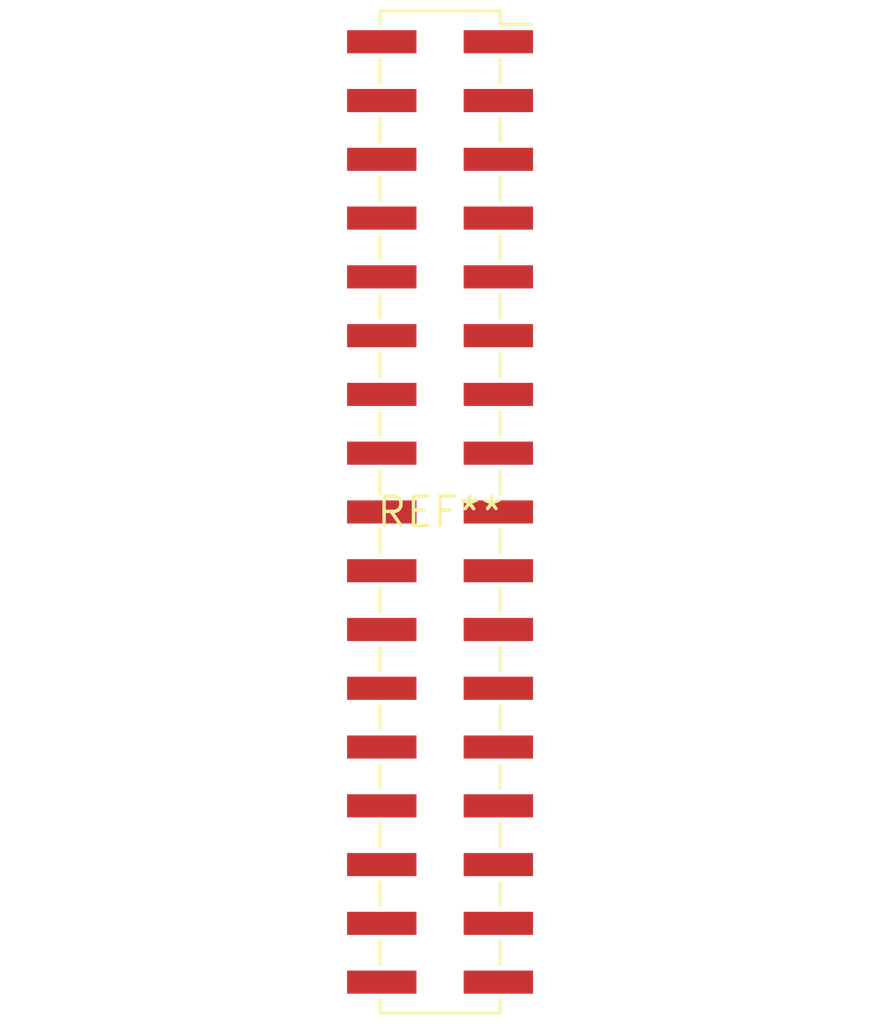
<source format=kicad_pcb>
(kicad_pcb (version 20240108) (generator pcbnew)
  (layers (0 "F.Cu" signal) (31 "B.Cu" signal) (34 "B.Paste" user) (35 "F.Paste" user) (36 "B.SilkS" user "B.Silkscreen") (37 "F.SilkS" user "F.Silkscreen") (38 "B.Mask" user) (39 "F.Mask" user) (44 "Edge.Cuts" user))
  (net 0 "")
  (footprint "PinSocket_2x17_P2.54mm_Vertical_SMD" (layer "F.Cu") (at 0 0)
    (property "Reference" "REF**")
    (property "Value" "PinSocket_2x17_P2.54mm_Vertical_SMD")
    (fp_line (start -2.6 -21.65) (end -2.6 -21.08) (layer "F.SilkS") (stroke (width 0.12)))
    (fp_line (start -2.6 -21.65) (end 2.6 -21.65) (layer "F.SilkS") (stroke (width 0.12)))
    (fp_line (start -2.6 -19.56) (end -2.6 -18.54) (layer "F.SilkS") (stroke (width 0.12)))
    (fp_line (start -2.6 -17.02) (end -2.6 -16) (layer "F.SilkS") (stroke (width 0.12)))
    (fp_line (start -2.6 -14.48) (end -2.6 -13.46) (layer "F.SilkS") (stroke (width 0.12)))
    (fp_line (start -2.6 -11.94) (end -2.6 -10.92) (layer "F.SilkS") (stroke (width 0.12)))
    (fp_line (start -2.6 -9.4) (end -2.6 -8.38) (layer "F.SilkS") (stroke (width 0.12)))
    (fp_line (start -2.6 -6.86) (end -2.6 -5.84) (layer "F.SilkS") (stroke (width 0.12)))
    (fp_line (start -2.6 -4.32) (end -2.6 -3.3) (layer "F.SilkS") (stroke (width 0.12)))
    (fp_line (start -2.6 -1.78) (end -2.6 -0.76) (layer "F.SilkS") (stroke (width 0.12)))
    (fp_line (start -2.6 0.76) (end -2.6 1.78) (layer "F.SilkS") (stroke (width 0.12)))
    (fp_line (start -2.6 3.3) (end -2.6 4.32) (layer "F.SilkS") (stroke (width 0.12)))
    (fp_line (start -2.6 5.84) (end -2.6 6.86) (layer "F.SilkS") (stroke (width 0.12)))
    (fp_line (start -2.6 8.38) (end -2.6 9.4) (layer "F.SilkS") (stroke (width 0.12)))
    (fp_line (start -2.6 10.92) (end -2.6 11.94) (layer "F.SilkS") (stroke (width 0.12)))
    (fp_line (start -2.6 13.46) (end -2.6 14.48) (layer "F.SilkS") (stroke (width 0.12)))
    (fp_line (start -2.6 16) (end -2.6 17.02) (layer "F.SilkS") (stroke (width 0.12)))
    (fp_line (start -2.6 18.54) (end -2.6 19.56) (layer "F.SilkS") (stroke (width 0.12)))
    (fp_line (start -2.6 21.08) (end -2.6 21.65) (layer "F.SilkS") (stroke (width 0.12)))
    (fp_line (start -2.6 21.65) (end 2.6 21.65) (layer "F.SilkS") (stroke (width 0.12)))
    (fp_line (start 2.6 -21.65) (end 2.6 -21.08) (layer "F.SilkS") (stroke (width 0.12)))
    (fp_line (start 2.6 -21.08) (end 3.96 -21.08) (layer "F.SilkS") (stroke (width 0.12)))
    (fp_line (start 2.6 -19.56) (end 2.6 -18.54) (layer "F.SilkS") (stroke (width 0.12)))
    (fp_line (start 2.6 -17.02) (end 2.6 -16) (layer "F.SilkS") (stroke (width 0.12)))
    (fp_line (start 2.6 -14.48) (end 2.6 -13.46) (layer "F.SilkS") (stroke (width 0.12)))
    (fp_line (start 2.6 -11.94) (end 2.6 -10.92) (layer "F.SilkS") (stroke (width 0.12)))
    (fp_line (start 2.6 -9.4) (end 2.6 -8.38) (layer "F.SilkS") (stroke (width 0.12)))
    (fp_line (start 2.6 -6.86) (end 2.6 -5.84) (layer "F.SilkS") (stroke (width 0.12)))
    (fp_line (start 2.6 -4.32) (end 2.6 -3.3) (layer "F.SilkS") (stroke (width 0.12)))
    (fp_line (start 2.6 -1.78) (end 2.6 -0.76) (layer "F.SilkS") (stroke (width 0.12)))
    (fp_line (start 2.6 0.76) (end 2.6 1.78) (layer "F.SilkS") (stroke (width 0.12)))
    (fp_line (start 2.6 3.3) (end 2.6 4.32) (layer "F.SilkS") (stroke (width 0.12)))
    (fp_line (start 2.6 5.84) (end 2.6 6.86) (layer "F.SilkS") (stroke (width 0.12)))
    (fp_line (start 2.6 8.38) (end 2.6 9.4) (layer "F.SilkS") (stroke (width 0.12)))
    (fp_line (start 2.6 10.92) (end 2.6 11.94) (layer "F.SilkS") (stroke (width 0.12)))
    (fp_line (start 2.6 13.46) (end 2.6 14.48) (layer "F.SilkS") (stroke (width 0.12)))
    (fp_line (start 2.6 16) (end 2.6 17.02) (layer "F.SilkS") (stroke (width 0.12)))
    (fp_line (start 2.6 18.54) (end 2.6 19.56) (layer "F.SilkS") (stroke (width 0.12)))
    (fp_line (start 2.6 21.08) (end 2.6 21.65) (layer "F.SilkS") (stroke (width 0.12)))
    (pad "1" smd rect (at 2.52 -20.32) (size 3 1) (layers "F.Cu" "F.Paste" "F.Mask"))
    (pad "2" smd rect (at -2.52 -20.32) (size 3 1) (layers "F.Cu" "F.Paste" "F.Mask"))
    (pad "3" smd rect (at 2.52 -17.78) (size 3 1) (layers "F.Cu" "F.Paste" "F.Mask"))
    (pad "4" smd rect (at -2.52 -17.78) (size 3 1) (layers "F.Cu" "F.Paste" "F.Mask"))
    (pad "5" smd rect (at 2.52 -15.24) (size 3 1) (layers "F.Cu" "F.Paste" "F.Mask"))
    (pad "6" smd rect (at -2.52 -15.24) (size 3 1) (layers "F.Cu" "F.Paste" "F.Mask"))
    (pad "7" smd rect (at 2.52 -12.7) (size 3 1) (layers "F.Cu" "F.Paste" "F.Mask"))
    (pad "8" smd rect (at -2.52 -12.7) (size 3 1) (layers "F.Cu" "F.Paste" "F.Mask"))
    (pad "9" smd rect (at 2.52 -10.16) (size 3 1) (layers "F.Cu" "F.Paste" "F.Mask"))
    (pad "10" smd rect (at -2.52 -10.16) (size 3 1) (layers "F.Cu" "F.Paste" "F.Mask"))
    (pad "11" smd rect (at 2.52 -7.62) (size 3 1) (layers "F.Cu" "F.Paste" "F.Mask"))
    (pad "12" smd rect (at -2.52 -7.62) (size 3 1) (layers "F.Cu" "F.Paste" "F.Mask"))
    (pad "13" smd rect (at 2.52 -5.08) (size 3 1) (layers "F.Cu" "F.Paste" "F.Mask"))
    (pad "14" smd rect (at -2.52 -5.08) (size 3 1) (layers "F.Cu" "F.Paste" "F.Mask"))
    (pad "15" smd rect (at 2.52 -2.54) (size 3 1) (layers "F.Cu" "F.Paste" "F.Mask"))
    (pad "16" smd rect (at -2.52 -2.54) (size 3 1) (layers "F.Cu" "F.Paste" "F.Mask"))
    (pad "17" smd rect (at 2.52 0) (size 3 1) (layers "F.Cu" "F.Paste" "F.Mask"))
    (pad "18" smd rect (at -2.52 0) (size 3 1) (layers "F.Cu" "F.Paste" "F.Mask"))
    (pad "19" smd rect (at 2.52 2.54) (size 3 1) (layers "F.Cu" "F.Paste" "F.Mask"))
    (pad "20" smd rect (at -2.52 2.54) (size 3 1) (layers "F.Cu" "F.Paste" "F.Mask"))
    (pad "21" smd rect (at 2.52 5.08) (size 3 1) (layers "F.Cu" "F.Paste" "F.Mask"))
    (pad "22" smd rect (at -2.52 5.08) (size 3 1) (layers "F.Cu" "F.Paste" "F.Mask"))
    (pad "23" smd rect (at 2.52 7.62) (size 3 1) (layers "F.Cu" "F.Paste" "F.Mask"))
    (pad "24" smd rect (at -2.52 7.62) (size 3 1) (layers "F.Cu" "F.Paste" "F.Mask"))
    (pad "25" smd rect (at 2.52 10.16) (size 3 1) (layers "F.Cu" "F.Paste" "F.Mask"))
    (pad "26" smd rect (at -2.52 10.16) (size 3 1) (layers "F.Cu" "F.Paste" "F.Mask"))
    (pad "27" smd rect (at 2.52 12.7) (size 3 1) (layers "F.Cu" "F.Paste" "F.Mask"))
    (pad "28" smd rect (at -2.52 12.7) (size 3 1) (layers "F.Cu" "F.Paste" "F.Mask"))
    (pad "29" smd rect (at 2.52 15.24) (size 3 1) (layers "F.Cu" "F.Paste" "F.Mask"))
    (pad "30" smd rect (at -2.52 15.24) (size 3 1) (layers "F.Cu" "F.Paste" "F.Mask"))
    (pad "31" smd rect (at 2.52 17.78) (size 3 1) (layers "F.Cu" "F.Paste" "F.Mask"))
    (pad "32" smd rect (at -2.52 17.78) (size 3 1) (layers "F.Cu" "F.Paste" "F.Mask"))
    (pad "33" smd rect (at 2.52 20.32) (size 3 1) (layers "F.Cu" "F.Paste" "F.Mask"))
    (pad "34" smd rect (at -2.52 20.32) (size 3 1) (layers "F.Cu" "F.Paste" "F.Mask"))
  )
)
</source>
